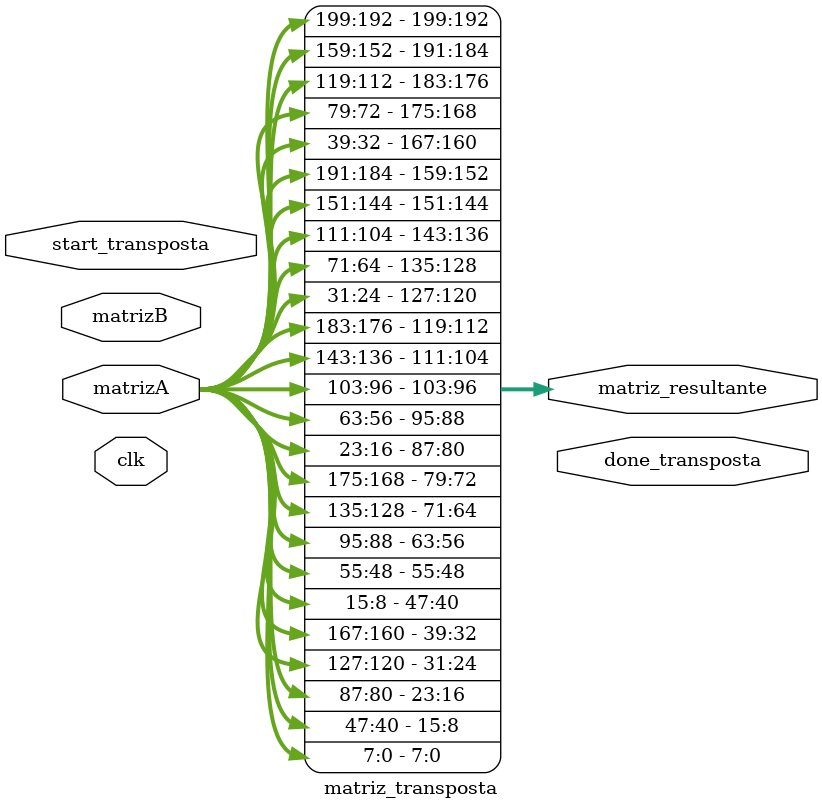
<source format=v>
module matriz_transposta(clk, start_transposta, matrizA, matrizB, matriz_resultante, done_transposta);
	input clk, start_transposta;
	input [199:0] matrizA;
	input [199:0] matrizB;
	output wire [199:0] matriz_resultante;
	output reg done_transposta; 
	
	genvar i,j;
	
	generate
	for (j = 0; j < 5; j = j + 1) begin : linha
					for (i = 0; i < 5; i = i + 1) begin : coluna
						assign matriz_resultante[(8*i)+(40*j)+:8] = matrizA[(40*i)+(8*j) +:8];
					end
				end
	endgenerate

endmodule 
</source>
